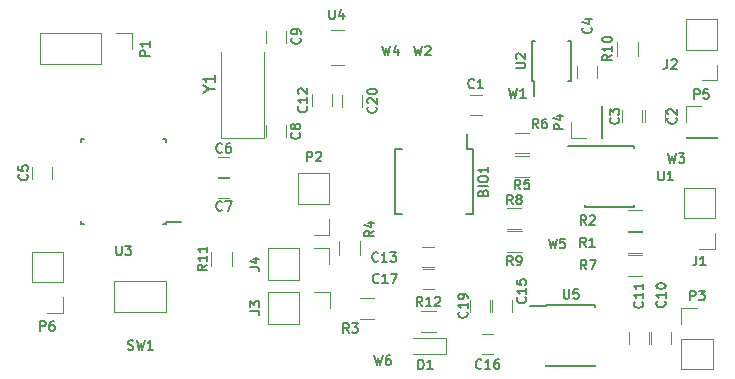
<source format=gbr>
G04 #@! TF.FileFunction,Legend,Top*
%FSLAX46Y46*%
G04 Gerber Fmt 4.6, Leading zero omitted, Abs format (unit mm)*
G04 Created by KiCad (PCBNEW 4.0.2-stable) date 15/05/2017 19:39:16*
%MOMM*%
G01*
G04 APERTURE LIST*
%ADD10C,0.100000*%
%ADD11C,0.150000*%
%ADD12C,0.120000*%
G04 APERTURE END LIST*
D10*
D11*
X215669800Y-65500200D02*
X215194800Y-65500200D01*
X215669800Y-71050200D02*
X215094800Y-71050200D01*
X209119800Y-71050200D02*
X209694800Y-71050200D01*
X209119800Y-65500200D02*
X209694800Y-65500200D01*
X215669800Y-65500200D02*
X215669800Y-71050200D01*
X209119800Y-65500200D02*
X209119800Y-71050200D01*
X215194800Y-65500200D02*
X215194800Y-64225200D01*
D12*
X216425400Y-60922800D02*
X215425400Y-60922800D01*
X215425400Y-62622800D02*
X216425400Y-62622800D01*
X230239200Y-62225300D02*
X230239200Y-63225300D01*
X231939200Y-63225300D02*
X231939200Y-62225300D01*
X228296100Y-62225300D02*
X228296100Y-63225300D01*
X229996100Y-63225300D02*
X229996100Y-62225300D01*
X224536900Y-58516900D02*
X224536900Y-59516900D01*
X226236900Y-59516900D02*
X226236900Y-58516900D01*
X178347000Y-67025900D02*
X178347000Y-68025900D01*
X180047000Y-68025900D02*
X180047000Y-67025900D01*
X195076700Y-66155200D02*
X194076700Y-66155200D01*
X194076700Y-67855200D02*
X195076700Y-67855200D01*
X195076700Y-67933200D02*
X194076700Y-67933200D01*
X194076700Y-69633200D02*
X195076700Y-69633200D01*
X199852650Y-64514350D02*
X199852650Y-63514350D01*
X198152650Y-63514350D02*
X198152650Y-64514350D01*
X198203450Y-55500650D02*
X198203450Y-56500650D01*
X199903450Y-56500650D02*
X199903450Y-55500650D01*
X232485300Y-82046700D02*
X232485300Y-81046700D01*
X230785300Y-81046700D02*
X230785300Y-82046700D01*
X230593000Y-82046700D02*
X230593000Y-81046700D01*
X228893000Y-81046700D02*
X228893000Y-82046700D01*
X202083300Y-60891800D02*
X202083300Y-61891800D01*
X203783300Y-61891800D02*
X203783300Y-60891800D01*
X211412200Y-75526000D02*
X212412200Y-75526000D01*
X212412200Y-73826000D02*
X211412200Y-73826000D01*
X219023300Y-79278100D02*
X219023300Y-78278100D01*
X217323300Y-78278100D02*
X217323300Y-79278100D01*
X216428700Y-82866600D02*
X217428700Y-82866600D01*
X217428700Y-81166600D02*
X216428700Y-81166600D01*
X213445500Y-82894400D02*
X213445500Y-81494400D01*
X213445500Y-81494400D02*
X210645500Y-81494400D01*
X213445500Y-82894400D02*
X210645500Y-82894400D01*
X236191100Y-71374000D02*
X236191100Y-68774000D01*
X236191100Y-68774000D02*
X233531100Y-68774000D01*
X233531100Y-68774000D02*
X233531100Y-71374000D01*
X233531100Y-71374000D02*
X236191100Y-71374000D01*
X236191100Y-72644000D02*
X236191100Y-73974000D01*
X236191100Y-73974000D02*
X234861100Y-73974000D01*
X236394300Y-57111900D02*
X236394300Y-54511900D01*
X236394300Y-54511900D02*
X233734300Y-54511900D01*
X233734300Y-54511900D02*
X233734300Y-57111900D01*
X233734300Y-57111900D02*
X236394300Y-57111900D01*
X236394300Y-58381900D02*
X236394300Y-59711900D01*
X236394300Y-59711900D02*
X235064300Y-59711900D01*
X200952100Y-77651300D02*
X198352100Y-77651300D01*
X198352100Y-77651300D02*
X198352100Y-80311300D01*
X198352100Y-80311300D02*
X200952100Y-80311300D01*
X200952100Y-80311300D02*
X200952100Y-77651300D01*
X202222100Y-77651300D02*
X203552100Y-77651300D01*
X203552100Y-77651300D02*
X203552100Y-78981300D01*
X200926700Y-73930200D02*
X198326700Y-73930200D01*
X198326700Y-73930200D02*
X198326700Y-76590200D01*
X198326700Y-76590200D02*
X200926700Y-76590200D01*
X200926700Y-76590200D02*
X200926700Y-73930200D01*
X202196700Y-73930200D02*
X203526700Y-73930200D01*
X203526700Y-73930200D02*
X203526700Y-75260200D01*
X233340600Y-81559400D02*
X233340600Y-84159400D01*
X233340600Y-84159400D02*
X236000600Y-84159400D01*
X236000600Y-84159400D02*
X236000600Y-81559400D01*
X236000600Y-81559400D02*
X233340600Y-81559400D01*
X233340600Y-80289400D02*
X233340600Y-78959400D01*
X233340600Y-78959400D02*
X234670600Y-78959400D01*
X230025500Y-74324100D02*
X228825500Y-74324100D01*
X228825500Y-72564100D02*
X230025500Y-72564100D01*
X228787400Y-70671800D02*
X229987400Y-70671800D01*
X229987400Y-72431800D02*
X228787400Y-72431800D01*
X206130600Y-78139400D02*
X207330600Y-78139400D01*
X207330600Y-79899400D02*
X206130600Y-79899400D01*
X204352000Y-74488600D02*
X204352000Y-73288600D01*
X206112000Y-73288600D02*
X206112000Y-74488600D01*
X219249700Y-64131300D02*
X220449700Y-64131300D01*
X220449700Y-65891300D02*
X219249700Y-65891300D01*
X220449700Y-67885200D02*
X219249700Y-67885200D01*
X219249700Y-66125200D02*
X220449700Y-66125200D01*
X230012800Y-76229100D02*
X228812800Y-76229100D01*
X228812800Y-74469100D02*
X230012800Y-74469100D01*
X219814700Y-74235200D02*
X218614700Y-74235200D01*
X218614700Y-72475200D02*
X219814700Y-72475200D01*
X218602000Y-70519400D02*
X219802000Y-70519400D01*
X219802000Y-72279400D02*
X218602000Y-72279400D01*
X229645100Y-56423000D02*
X229645100Y-57623000D01*
X227885100Y-57623000D02*
X227885100Y-56423000D01*
X193506200Y-75403000D02*
X193506200Y-74203000D01*
X195266200Y-74203000D02*
X195266200Y-75403000D01*
X185328200Y-79290700D02*
X189728200Y-79290700D01*
X185328200Y-79290700D02*
X185328200Y-76690700D01*
X189728200Y-76690700D02*
X189728200Y-79290700D01*
X185328200Y-76690700D02*
X189728200Y-76690700D01*
D11*
X225153400Y-65243000D02*
X225153400Y-65293000D01*
X229303400Y-65243000D02*
X229303400Y-65388000D01*
X229303400Y-70393000D02*
X229303400Y-70248000D01*
X225153400Y-70393000D02*
X225153400Y-70248000D01*
X225153400Y-65243000D02*
X229303400Y-65243000D01*
X225153400Y-70393000D02*
X229303400Y-70393000D01*
X225153400Y-65293000D02*
X223753400Y-65293000D01*
X220682950Y-59745750D02*
X220857950Y-59745750D01*
X220682950Y-56395750D02*
X220932950Y-56395750D01*
X224032950Y-56395750D02*
X223782950Y-56395750D01*
X224032950Y-59745750D02*
X223782950Y-59745750D01*
X220682950Y-59745750D02*
X220682950Y-56395750D01*
X224032950Y-59745750D02*
X224032950Y-56395750D01*
X220857950Y-59745750D02*
X220857950Y-60995750D01*
X189718100Y-71900200D02*
X189718100Y-71675200D01*
X182468100Y-71900200D02*
X182468100Y-71600200D01*
X182468100Y-64650200D02*
X182468100Y-64950200D01*
X189718100Y-64650200D02*
X189718100Y-64950200D01*
X189718100Y-71900200D02*
X189418100Y-71900200D01*
X189718100Y-64650200D02*
X189418100Y-64650200D01*
X182468100Y-64650200D02*
X182768100Y-64650200D01*
X182468100Y-71900200D02*
X182768100Y-71900200D01*
X189718100Y-71675200D02*
X190943100Y-71675200D01*
D12*
X203640600Y-55421400D02*
X204740600Y-55421400D01*
X203640600Y-58421400D02*
X204740600Y-58421400D01*
X194370550Y-57288450D02*
X194370550Y-64613450D01*
X194370550Y-64613450D02*
X197970550Y-64613450D01*
X197970550Y-64613450D02*
X197970550Y-57288450D01*
X212424900Y-75654800D02*
X211424900Y-75654800D01*
X211424900Y-77354800D02*
X212424900Y-77354800D01*
X203539400Y-70154800D02*
X203539400Y-67554800D01*
X203539400Y-67554800D02*
X200879400Y-67554800D01*
X200879400Y-67554800D02*
X200879400Y-70154800D01*
X200879400Y-70154800D02*
X203539400Y-70154800D01*
X203539400Y-71424800D02*
X203539400Y-72754800D01*
X203539400Y-72754800D02*
X202209400Y-72754800D01*
X217156400Y-79316200D02*
X217156400Y-78316200D01*
X215456400Y-78316200D02*
X215456400Y-79316200D01*
X206272500Y-61917200D02*
X206272500Y-60917200D01*
X204572500Y-60917200D02*
X204572500Y-61917200D01*
X211324900Y-79206200D02*
X212524900Y-79206200D01*
X212524900Y-80966200D02*
X211324900Y-80966200D01*
D11*
X221914900Y-78755800D02*
X221914900Y-78805800D01*
X226064900Y-78755800D02*
X226064900Y-78900800D01*
X226064900Y-83905800D02*
X226064900Y-83760800D01*
X221914900Y-83905800D02*
X221914900Y-83760800D01*
X221914900Y-78755800D02*
X226064900Y-78755800D01*
X221914900Y-83905800D02*
X226064900Y-83905800D01*
X221914900Y-78805800D02*
X220514900Y-78805800D01*
D12*
X184188100Y-55680300D02*
X179048100Y-55680300D01*
X179048100Y-55680300D02*
X179048100Y-58340300D01*
X179048100Y-58340300D02*
X184188100Y-58340300D01*
X184188100Y-58340300D02*
X184188100Y-55680300D01*
X185458100Y-55680300D02*
X186788100Y-55680300D01*
X186788100Y-55680300D02*
X186788100Y-57010300D01*
X226568000Y-64563300D02*
X226628000Y-64563300D01*
X226628000Y-64563300D02*
X226628000Y-61903300D01*
X226628000Y-61903300D02*
X226568000Y-61903300D01*
X226568000Y-61903300D02*
X226568000Y-64563300D01*
X225298000Y-64563300D02*
X223968000Y-64563300D01*
X223968000Y-64563300D02*
X223968000Y-63233300D01*
X233696200Y-64503300D02*
X233696200Y-64563300D01*
X233696200Y-64563300D02*
X236356200Y-64563300D01*
X236356200Y-64563300D02*
X236356200Y-64503300D01*
X236356200Y-64503300D02*
X233696200Y-64503300D01*
X233696200Y-63233300D02*
X233696200Y-61903300D01*
X233696200Y-61903300D02*
X235026200Y-61903300D01*
X180984200Y-76796900D02*
X180984200Y-74196900D01*
X180984200Y-74196900D02*
X178324200Y-74196900D01*
X178324200Y-74196900D02*
X178324200Y-76796900D01*
X178324200Y-76796900D02*
X180984200Y-76796900D01*
X180984200Y-78066900D02*
X180984200Y-79396900D01*
X180984200Y-79396900D02*
X179654200Y-79396900D01*
D11*
X216537657Y-69208533D02*
X216575752Y-69094247D01*
X216613848Y-69056152D01*
X216690038Y-69018057D01*
X216804324Y-69018057D01*
X216880514Y-69056152D01*
X216918610Y-69094247D01*
X216956705Y-69170438D01*
X216956705Y-69475200D01*
X216156705Y-69475200D01*
X216156705Y-69208533D01*
X216194800Y-69132343D01*
X216232895Y-69094247D01*
X216309086Y-69056152D01*
X216385276Y-69056152D01*
X216461467Y-69094247D01*
X216499562Y-69132343D01*
X216537657Y-69208533D01*
X216537657Y-69475200D01*
X216956705Y-68675200D02*
X216156705Y-68675200D01*
X216156705Y-68141867D02*
X216156705Y-67989486D01*
X216194800Y-67913295D01*
X216270990Y-67837105D01*
X216423371Y-67799010D01*
X216690038Y-67799010D01*
X216842419Y-67837105D01*
X216918610Y-67913295D01*
X216956705Y-67989486D01*
X216956705Y-68141867D01*
X216918610Y-68218057D01*
X216842419Y-68294248D01*
X216690038Y-68332343D01*
X216423371Y-68332343D01*
X216270990Y-68294248D01*
X216194800Y-68218057D01*
X216156705Y-68141867D01*
X216956705Y-67037105D02*
X216956705Y-67494248D01*
X216956705Y-67265677D02*
X216156705Y-67265677D01*
X216270990Y-67341867D01*
X216347181Y-67418058D01*
X216385276Y-67494248D01*
X215792067Y-60308514D02*
X215753972Y-60346610D01*
X215639686Y-60384705D01*
X215563496Y-60384705D01*
X215449210Y-60346610D01*
X215373019Y-60270419D01*
X215334924Y-60194229D01*
X215296829Y-60041848D01*
X215296829Y-59927562D01*
X215334924Y-59775181D01*
X215373019Y-59698990D01*
X215449210Y-59622800D01*
X215563496Y-59584705D01*
X215639686Y-59584705D01*
X215753972Y-59622800D01*
X215792067Y-59660895D01*
X216553972Y-60384705D02*
X216096829Y-60384705D01*
X216325400Y-60384705D02*
X216325400Y-59584705D01*
X216249210Y-59698990D01*
X216173019Y-59775181D01*
X216096829Y-59813276D01*
X232873514Y-62858633D02*
X232911610Y-62896728D01*
X232949705Y-63011014D01*
X232949705Y-63087204D01*
X232911610Y-63201490D01*
X232835419Y-63277681D01*
X232759229Y-63315776D01*
X232606848Y-63353871D01*
X232492562Y-63353871D01*
X232340181Y-63315776D01*
X232263990Y-63277681D01*
X232187800Y-63201490D01*
X232149705Y-63087204D01*
X232149705Y-63011014D01*
X232187800Y-62896728D01*
X232225895Y-62858633D01*
X232225895Y-62553871D02*
X232187800Y-62515776D01*
X232149705Y-62439585D01*
X232149705Y-62249109D01*
X232187800Y-62172919D01*
X232225895Y-62134823D01*
X232302086Y-62096728D01*
X232378276Y-62096728D01*
X232492562Y-62134823D01*
X232949705Y-62591966D01*
X232949705Y-62096728D01*
X228009414Y-62858633D02*
X228047510Y-62896728D01*
X228085605Y-63011014D01*
X228085605Y-63087204D01*
X228047510Y-63201490D01*
X227971319Y-63277681D01*
X227895129Y-63315776D01*
X227742748Y-63353871D01*
X227628462Y-63353871D01*
X227476081Y-63315776D01*
X227399890Y-63277681D01*
X227323700Y-63201490D01*
X227285605Y-63087204D01*
X227285605Y-63011014D01*
X227323700Y-62896728D01*
X227361795Y-62858633D01*
X227285605Y-62591966D02*
X227285605Y-62096728D01*
X227590367Y-62363395D01*
X227590367Y-62249109D01*
X227628462Y-62172919D01*
X227666557Y-62134823D01*
X227742748Y-62096728D01*
X227933224Y-62096728D01*
X228009414Y-62134823D01*
X228047510Y-62172919D01*
X228085605Y-62249109D01*
X228085605Y-62477681D01*
X228047510Y-62553871D01*
X228009414Y-62591966D01*
X225672614Y-55225933D02*
X225710710Y-55264028D01*
X225748805Y-55378314D01*
X225748805Y-55454504D01*
X225710710Y-55568790D01*
X225634519Y-55644981D01*
X225558329Y-55683076D01*
X225405948Y-55721171D01*
X225291662Y-55721171D01*
X225139281Y-55683076D01*
X225063090Y-55644981D01*
X224986900Y-55568790D01*
X224948805Y-55454504D01*
X224948805Y-55378314D01*
X224986900Y-55264028D01*
X225024995Y-55225933D01*
X225215471Y-54540219D02*
X225748805Y-54540219D01*
X224910710Y-54730695D02*
X225482138Y-54921171D01*
X225482138Y-54425933D01*
X177933314Y-67659233D02*
X177971410Y-67697328D01*
X178009505Y-67811614D01*
X178009505Y-67887804D01*
X177971410Y-68002090D01*
X177895219Y-68078281D01*
X177819029Y-68116376D01*
X177666648Y-68154471D01*
X177552362Y-68154471D01*
X177399981Y-68116376D01*
X177323790Y-68078281D01*
X177247600Y-68002090D01*
X177209505Y-67887804D01*
X177209505Y-67811614D01*
X177247600Y-67697328D01*
X177285695Y-67659233D01*
X177209505Y-66935423D02*
X177209505Y-67316376D01*
X177590457Y-67354471D01*
X177552362Y-67316376D01*
X177514267Y-67240185D01*
X177514267Y-67049709D01*
X177552362Y-66973519D01*
X177590457Y-66935423D01*
X177666648Y-66897328D01*
X177857124Y-66897328D01*
X177933314Y-66935423D01*
X177971410Y-66973519D01*
X178009505Y-67049709D01*
X178009505Y-67240185D01*
X177971410Y-67316376D01*
X177933314Y-67354471D01*
X194443367Y-65754214D02*
X194405272Y-65792310D01*
X194290986Y-65830405D01*
X194214796Y-65830405D01*
X194100510Y-65792310D01*
X194024319Y-65716119D01*
X193986224Y-65639929D01*
X193948129Y-65487548D01*
X193948129Y-65373262D01*
X193986224Y-65220881D01*
X194024319Y-65144690D01*
X194100510Y-65068500D01*
X194214796Y-65030405D01*
X194290986Y-65030405D01*
X194405272Y-65068500D01*
X194443367Y-65106595D01*
X195129081Y-65030405D02*
X194976700Y-65030405D01*
X194900510Y-65068500D01*
X194862415Y-65106595D01*
X194786224Y-65220881D01*
X194748129Y-65373262D01*
X194748129Y-65678024D01*
X194786224Y-65754214D01*
X194824319Y-65792310D01*
X194900510Y-65830405D01*
X195052891Y-65830405D01*
X195129081Y-65792310D01*
X195167177Y-65754214D01*
X195205272Y-65678024D01*
X195205272Y-65487548D01*
X195167177Y-65411357D01*
X195129081Y-65373262D01*
X195052891Y-65335167D01*
X194900510Y-65335167D01*
X194824319Y-65373262D01*
X194786224Y-65411357D01*
X194748129Y-65487548D01*
X194456067Y-70669114D02*
X194417972Y-70707210D01*
X194303686Y-70745305D01*
X194227496Y-70745305D01*
X194113210Y-70707210D01*
X194037019Y-70631019D01*
X193998924Y-70554829D01*
X193960829Y-70402448D01*
X193960829Y-70288162D01*
X193998924Y-70135781D01*
X194037019Y-70059590D01*
X194113210Y-69983400D01*
X194227496Y-69945305D01*
X194303686Y-69945305D01*
X194417972Y-69983400D01*
X194456067Y-70021495D01*
X194722734Y-69945305D02*
X195256067Y-69945305D01*
X194913210Y-70745305D01*
X200996514Y-64128633D02*
X201034610Y-64166728D01*
X201072705Y-64281014D01*
X201072705Y-64357204D01*
X201034610Y-64471490D01*
X200958419Y-64547681D01*
X200882229Y-64585776D01*
X200729848Y-64623871D01*
X200615562Y-64623871D01*
X200463181Y-64585776D01*
X200386990Y-64547681D01*
X200310800Y-64471490D01*
X200272705Y-64357204D01*
X200272705Y-64281014D01*
X200310800Y-64166728D01*
X200348895Y-64128633D01*
X200615562Y-63671490D02*
X200577467Y-63747681D01*
X200539371Y-63785776D01*
X200463181Y-63823871D01*
X200425086Y-63823871D01*
X200348895Y-63785776D01*
X200310800Y-63747681D01*
X200272705Y-63671490D01*
X200272705Y-63519109D01*
X200310800Y-63442919D01*
X200348895Y-63404823D01*
X200425086Y-63366728D01*
X200463181Y-63366728D01*
X200539371Y-63404823D01*
X200577467Y-63442919D01*
X200615562Y-63519109D01*
X200615562Y-63671490D01*
X200653657Y-63747681D01*
X200691752Y-63785776D01*
X200767943Y-63823871D01*
X200920324Y-63823871D01*
X200996514Y-63785776D01*
X201034610Y-63747681D01*
X201072705Y-63671490D01*
X201072705Y-63519109D01*
X201034610Y-63442919D01*
X200996514Y-63404823D01*
X200920324Y-63366728D01*
X200767943Y-63366728D01*
X200691752Y-63404823D01*
X200653657Y-63442919D01*
X200615562Y-63519109D01*
X201034614Y-56114933D02*
X201072710Y-56153028D01*
X201110805Y-56267314D01*
X201110805Y-56343504D01*
X201072710Y-56457790D01*
X200996519Y-56533981D01*
X200920329Y-56572076D01*
X200767948Y-56610171D01*
X200653662Y-56610171D01*
X200501281Y-56572076D01*
X200425090Y-56533981D01*
X200348900Y-56457790D01*
X200310805Y-56343504D01*
X200310805Y-56267314D01*
X200348900Y-56153028D01*
X200386995Y-56114933D01*
X201110805Y-55733981D02*
X201110805Y-55581600D01*
X201072710Y-55505409D01*
X201034614Y-55467314D01*
X200920329Y-55391123D01*
X200767948Y-55353028D01*
X200463186Y-55353028D01*
X200386995Y-55391123D01*
X200348900Y-55429219D01*
X200310805Y-55505409D01*
X200310805Y-55657790D01*
X200348900Y-55733981D01*
X200386995Y-55772076D01*
X200463186Y-55810171D01*
X200653662Y-55810171D01*
X200729852Y-55772076D01*
X200767948Y-55733981D01*
X200806043Y-55657790D01*
X200806043Y-55505409D01*
X200767948Y-55429219D01*
X200729852Y-55391123D01*
X200653662Y-55353028D01*
X231921014Y-78403386D02*
X231959110Y-78441481D01*
X231997205Y-78555767D01*
X231997205Y-78631957D01*
X231959110Y-78746243D01*
X231882919Y-78822434D01*
X231806729Y-78860529D01*
X231654348Y-78898624D01*
X231540062Y-78898624D01*
X231387681Y-78860529D01*
X231311490Y-78822434D01*
X231235300Y-78746243D01*
X231197205Y-78631957D01*
X231197205Y-78555767D01*
X231235300Y-78441481D01*
X231273395Y-78403386D01*
X231997205Y-77641481D02*
X231997205Y-78098624D01*
X231997205Y-77870053D02*
X231197205Y-77870053D01*
X231311490Y-77946243D01*
X231387681Y-78022434D01*
X231425776Y-78098624D01*
X231197205Y-77146243D02*
X231197205Y-77070052D01*
X231235300Y-76993862D01*
X231273395Y-76955767D01*
X231349586Y-76917671D01*
X231501967Y-76879576D01*
X231692443Y-76879576D01*
X231844824Y-76917671D01*
X231921014Y-76955767D01*
X231959110Y-76993862D01*
X231997205Y-77070052D01*
X231997205Y-77146243D01*
X231959110Y-77222433D01*
X231921014Y-77260529D01*
X231844824Y-77298624D01*
X231692443Y-77336719D01*
X231501967Y-77336719D01*
X231349586Y-77298624D01*
X231273395Y-77260529D01*
X231235300Y-77222433D01*
X231197205Y-77146243D01*
X230028714Y-78441486D02*
X230066810Y-78479581D01*
X230104905Y-78593867D01*
X230104905Y-78670057D01*
X230066810Y-78784343D01*
X229990619Y-78860534D01*
X229914429Y-78898629D01*
X229762048Y-78936724D01*
X229647762Y-78936724D01*
X229495381Y-78898629D01*
X229419190Y-78860534D01*
X229343000Y-78784343D01*
X229304905Y-78670057D01*
X229304905Y-78593867D01*
X229343000Y-78479581D01*
X229381095Y-78441486D01*
X230104905Y-77679581D02*
X230104905Y-78136724D01*
X230104905Y-77908153D02*
X229304905Y-77908153D01*
X229419190Y-77984343D01*
X229495381Y-78060534D01*
X229533476Y-78136724D01*
X230104905Y-76917676D02*
X230104905Y-77374819D01*
X230104905Y-77146248D02*
X229304905Y-77146248D01*
X229419190Y-77222438D01*
X229495381Y-77298629D01*
X229533476Y-77374819D01*
X201606114Y-61906086D02*
X201644210Y-61944181D01*
X201682305Y-62058467D01*
X201682305Y-62134657D01*
X201644210Y-62248943D01*
X201568019Y-62325134D01*
X201491829Y-62363229D01*
X201339448Y-62401324D01*
X201225162Y-62401324D01*
X201072781Y-62363229D01*
X200996590Y-62325134D01*
X200920400Y-62248943D01*
X200882305Y-62134657D01*
X200882305Y-62058467D01*
X200920400Y-61944181D01*
X200958495Y-61906086D01*
X201682305Y-61144181D02*
X201682305Y-61601324D01*
X201682305Y-61372753D02*
X200882305Y-61372753D01*
X200996590Y-61448943D01*
X201072781Y-61525134D01*
X201110876Y-61601324D01*
X200958495Y-60839419D02*
X200920400Y-60801324D01*
X200882305Y-60725133D01*
X200882305Y-60534657D01*
X200920400Y-60458467D01*
X200958495Y-60420371D01*
X201034686Y-60382276D01*
X201110876Y-60382276D01*
X201225162Y-60420371D01*
X201682305Y-60877514D01*
X201682305Y-60382276D01*
X207664114Y-74974414D02*
X207626019Y-75012510D01*
X207511733Y-75050605D01*
X207435543Y-75050605D01*
X207321257Y-75012510D01*
X207245066Y-74936319D01*
X207206971Y-74860129D01*
X207168876Y-74707748D01*
X207168876Y-74593462D01*
X207206971Y-74441081D01*
X207245066Y-74364890D01*
X207321257Y-74288700D01*
X207435543Y-74250605D01*
X207511733Y-74250605D01*
X207626019Y-74288700D01*
X207664114Y-74326795D01*
X208426019Y-75050605D02*
X207968876Y-75050605D01*
X208197447Y-75050605D02*
X208197447Y-74250605D01*
X208121257Y-74364890D01*
X208045066Y-74441081D01*
X207968876Y-74479176D01*
X208692686Y-74250605D02*
X209187924Y-74250605D01*
X208921257Y-74555367D01*
X209035543Y-74555367D01*
X209111733Y-74593462D01*
X209149829Y-74631557D01*
X209187924Y-74707748D01*
X209187924Y-74898224D01*
X209149829Y-74974414D01*
X209111733Y-75012510D01*
X209035543Y-75050605D01*
X208806971Y-75050605D01*
X208730781Y-75012510D01*
X208692686Y-74974414D01*
X220135414Y-78073186D02*
X220173510Y-78111281D01*
X220211605Y-78225567D01*
X220211605Y-78301757D01*
X220173510Y-78416043D01*
X220097319Y-78492234D01*
X220021129Y-78530329D01*
X219868748Y-78568424D01*
X219754462Y-78568424D01*
X219602081Y-78530329D01*
X219525890Y-78492234D01*
X219449700Y-78416043D01*
X219411605Y-78301757D01*
X219411605Y-78225567D01*
X219449700Y-78111281D01*
X219487795Y-78073186D01*
X220211605Y-77311281D02*
X220211605Y-77768424D01*
X220211605Y-77539853D02*
X219411605Y-77539853D01*
X219525890Y-77616043D01*
X219602081Y-77692234D01*
X219640176Y-77768424D01*
X219411605Y-76587471D02*
X219411605Y-76968424D01*
X219792557Y-77006519D01*
X219754462Y-76968424D01*
X219716367Y-76892233D01*
X219716367Y-76701757D01*
X219754462Y-76625567D01*
X219792557Y-76587471D01*
X219868748Y-76549376D01*
X220059224Y-76549376D01*
X220135414Y-76587471D01*
X220173510Y-76625567D01*
X220211605Y-76701757D01*
X220211605Y-76892233D01*
X220173510Y-76968424D01*
X220135414Y-77006519D01*
X216414414Y-84052314D02*
X216376319Y-84090410D01*
X216262033Y-84128505D01*
X216185843Y-84128505D01*
X216071557Y-84090410D01*
X215995366Y-84014219D01*
X215957271Y-83938029D01*
X215919176Y-83785648D01*
X215919176Y-83671362D01*
X215957271Y-83518981D01*
X215995366Y-83442790D01*
X216071557Y-83366600D01*
X216185843Y-83328505D01*
X216262033Y-83328505D01*
X216376319Y-83366600D01*
X216414414Y-83404695D01*
X217176319Y-84128505D02*
X216719176Y-84128505D01*
X216947747Y-84128505D02*
X216947747Y-83328505D01*
X216871557Y-83442790D01*
X216795366Y-83518981D01*
X216719176Y-83557076D01*
X217862033Y-83328505D02*
X217709652Y-83328505D01*
X217633462Y-83366600D01*
X217595367Y-83404695D01*
X217519176Y-83518981D01*
X217481081Y-83671362D01*
X217481081Y-83976124D01*
X217519176Y-84052314D01*
X217557271Y-84090410D01*
X217633462Y-84128505D01*
X217785843Y-84128505D01*
X217862033Y-84090410D01*
X217900129Y-84052314D01*
X217938224Y-83976124D01*
X217938224Y-83785648D01*
X217900129Y-83709457D01*
X217862033Y-83671362D01*
X217785843Y-83633267D01*
X217633462Y-83633267D01*
X217557271Y-83671362D01*
X217519176Y-83709457D01*
X217481081Y-83785648D01*
X211055024Y-84143805D02*
X211055024Y-83343805D01*
X211245500Y-83343805D01*
X211359786Y-83381900D01*
X211435977Y-83458090D01*
X211474072Y-83534281D01*
X211512167Y-83686662D01*
X211512167Y-83800948D01*
X211474072Y-83953329D01*
X211435977Y-84029519D01*
X211359786Y-84105710D01*
X211245500Y-84143805D01*
X211055024Y-84143805D01*
X212274072Y-84143805D02*
X211816929Y-84143805D01*
X212045500Y-84143805D02*
X212045500Y-83343805D01*
X211969310Y-83458090D01*
X211893119Y-83534281D01*
X211816929Y-83572376D01*
X234594434Y-74568105D02*
X234594434Y-75139533D01*
X234556338Y-75253819D01*
X234480148Y-75330010D01*
X234365862Y-75368105D01*
X234289672Y-75368105D01*
X235394434Y-75368105D02*
X234937291Y-75368105D01*
X235165862Y-75368105D02*
X235165862Y-74568105D01*
X235089672Y-74682390D01*
X235013481Y-74758581D01*
X234937291Y-74796676D01*
X232130634Y-57931105D02*
X232130634Y-58502533D01*
X232092538Y-58616819D01*
X232016348Y-58693010D01*
X231902062Y-58731105D01*
X231825872Y-58731105D01*
X232473491Y-58007295D02*
X232511586Y-57969200D01*
X232587777Y-57931105D01*
X232778253Y-57931105D01*
X232854443Y-57969200D01*
X232892539Y-58007295D01*
X232930634Y-58083486D01*
X232930634Y-58159676D01*
X232892539Y-58273962D01*
X232435396Y-58731105D01*
X232930634Y-58731105D01*
X196818305Y-79222566D02*
X197389733Y-79222566D01*
X197504019Y-79260662D01*
X197580210Y-79336852D01*
X197618305Y-79451138D01*
X197618305Y-79527328D01*
X196818305Y-78917804D02*
X196818305Y-78422566D01*
X197123067Y-78689233D01*
X197123067Y-78574947D01*
X197161162Y-78498757D01*
X197199257Y-78460661D01*
X197275448Y-78422566D01*
X197465924Y-78422566D01*
X197542114Y-78460661D01*
X197580210Y-78498757D01*
X197618305Y-78574947D01*
X197618305Y-78803519D01*
X197580210Y-78879709D01*
X197542114Y-78917804D01*
X196818305Y-75526866D02*
X197389733Y-75526866D01*
X197504019Y-75564962D01*
X197580210Y-75641152D01*
X197618305Y-75755438D01*
X197618305Y-75831628D01*
X197084971Y-74803057D02*
X197618305Y-74803057D01*
X196780210Y-74993533D02*
X197351638Y-75184009D01*
X197351638Y-74688771D01*
X234080124Y-78321305D02*
X234080124Y-77521305D01*
X234384886Y-77521305D01*
X234461077Y-77559400D01*
X234499172Y-77597495D01*
X234537267Y-77673686D01*
X234537267Y-77787971D01*
X234499172Y-77864162D01*
X234461077Y-77902257D01*
X234384886Y-77940352D01*
X234080124Y-77940352D01*
X234803934Y-77521305D02*
X235299172Y-77521305D01*
X235032505Y-77826067D01*
X235146791Y-77826067D01*
X235222981Y-77864162D01*
X235261077Y-77902257D01*
X235299172Y-77978448D01*
X235299172Y-78168924D01*
X235261077Y-78245114D01*
X235222981Y-78283210D01*
X235146791Y-78321305D01*
X234918219Y-78321305D01*
X234842029Y-78283210D01*
X234803934Y-78245114D01*
X225253567Y-73806005D02*
X224986900Y-73425052D01*
X224796424Y-73806005D02*
X224796424Y-73006005D01*
X225101186Y-73006005D01*
X225177377Y-73044100D01*
X225215472Y-73082195D01*
X225253567Y-73158386D01*
X225253567Y-73272671D01*
X225215472Y-73348862D01*
X225177377Y-73386957D01*
X225101186Y-73425052D01*
X224796424Y-73425052D01*
X226015472Y-73806005D02*
X225558329Y-73806005D01*
X225786900Y-73806005D02*
X225786900Y-73006005D01*
X225710710Y-73120290D01*
X225634519Y-73196481D01*
X225558329Y-73234576D01*
X225266267Y-71913705D02*
X224999600Y-71532752D01*
X224809124Y-71913705D02*
X224809124Y-71113705D01*
X225113886Y-71113705D01*
X225190077Y-71151800D01*
X225228172Y-71189895D01*
X225266267Y-71266086D01*
X225266267Y-71380371D01*
X225228172Y-71456562D01*
X225190077Y-71494657D01*
X225113886Y-71532752D01*
X224809124Y-71532752D01*
X225571029Y-71189895D02*
X225609124Y-71151800D01*
X225685315Y-71113705D01*
X225875791Y-71113705D01*
X225951981Y-71151800D01*
X225990077Y-71189895D01*
X226028172Y-71266086D01*
X226028172Y-71342276D01*
X225990077Y-71456562D01*
X225532934Y-71913705D01*
X226028172Y-71913705D01*
X205174867Y-81083105D02*
X204908200Y-80702152D01*
X204717724Y-81083105D02*
X204717724Y-80283105D01*
X205022486Y-80283105D01*
X205098677Y-80321200D01*
X205136772Y-80359295D01*
X205174867Y-80435486D01*
X205174867Y-80549771D01*
X205136772Y-80625962D01*
X205098677Y-80664057D01*
X205022486Y-80702152D01*
X204717724Y-80702152D01*
X205441534Y-80283105D02*
X205936772Y-80283105D01*
X205670105Y-80587867D01*
X205784391Y-80587867D01*
X205860581Y-80625962D01*
X205898677Y-80664057D01*
X205936772Y-80740248D01*
X205936772Y-80930724D01*
X205898677Y-81006914D01*
X205860581Y-81045010D01*
X205784391Y-81083105D01*
X205555819Y-81083105D01*
X205479629Y-81045010D01*
X205441534Y-81006914D01*
X207308405Y-72434433D02*
X206927452Y-72701100D01*
X207308405Y-72891576D02*
X206508405Y-72891576D01*
X206508405Y-72586814D01*
X206546500Y-72510623D01*
X206584595Y-72472528D01*
X206660786Y-72434433D01*
X206775071Y-72434433D01*
X206851262Y-72472528D01*
X206889357Y-72510623D01*
X206927452Y-72586814D01*
X206927452Y-72891576D01*
X206775071Y-71748719D02*
X207308405Y-71748719D01*
X206470310Y-71939195D02*
X207041738Y-72129671D01*
X207041738Y-71634433D01*
X219716367Y-68903805D02*
X219449700Y-68522852D01*
X219259224Y-68903805D02*
X219259224Y-68103805D01*
X219563986Y-68103805D01*
X219640177Y-68141900D01*
X219678272Y-68179995D01*
X219716367Y-68256186D01*
X219716367Y-68370471D01*
X219678272Y-68446662D01*
X219640177Y-68484757D01*
X219563986Y-68522852D01*
X219259224Y-68522852D01*
X220440177Y-68103805D02*
X220059224Y-68103805D01*
X220021129Y-68484757D01*
X220059224Y-68446662D01*
X220135415Y-68408567D01*
X220325891Y-68408567D01*
X220402081Y-68446662D01*
X220440177Y-68484757D01*
X220478272Y-68560948D01*
X220478272Y-68751424D01*
X220440177Y-68827614D01*
X220402081Y-68865710D01*
X220325891Y-68903805D01*
X220135415Y-68903805D01*
X220059224Y-68865710D01*
X220021129Y-68827614D01*
X221214967Y-63747605D02*
X220948300Y-63366652D01*
X220757824Y-63747605D02*
X220757824Y-62947605D01*
X221062586Y-62947605D01*
X221138777Y-62985700D01*
X221176872Y-63023795D01*
X221214967Y-63099986D01*
X221214967Y-63214271D01*
X221176872Y-63290462D01*
X221138777Y-63328557D01*
X221062586Y-63366652D01*
X220757824Y-63366652D01*
X221900681Y-62947605D02*
X221748300Y-62947605D01*
X221672110Y-62985700D01*
X221634015Y-63023795D01*
X221557824Y-63138081D01*
X221519729Y-63290462D01*
X221519729Y-63595224D01*
X221557824Y-63671414D01*
X221595919Y-63709510D01*
X221672110Y-63747605D01*
X221824491Y-63747605D01*
X221900681Y-63709510D01*
X221938777Y-63671414D01*
X221976872Y-63595224D01*
X221976872Y-63404748D01*
X221938777Y-63328557D01*
X221900681Y-63290462D01*
X221824491Y-63252367D01*
X221672110Y-63252367D01*
X221595919Y-63290462D01*
X221557824Y-63328557D01*
X221519729Y-63404748D01*
X225304367Y-75711005D02*
X225037700Y-75330052D01*
X224847224Y-75711005D02*
X224847224Y-74911005D01*
X225151986Y-74911005D01*
X225228177Y-74949100D01*
X225266272Y-74987195D01*
X225304367Y-75063386D01*
X225304367Y-75177671D01*
X225266272Y-75253862D01*
X225228177Y-75291957D01*
X225151986Y-75330052D01*
X224847224Y-75330052D01*
X225571034Y-74911005D02*
X226104367Y-74911005D01*
X225761510Y-75711005D01*
X219068667Y-70173805D02*
X218802000Y-69792852D01*
X218611524Y-70173805D02*
X218611524Y-69373805D01*
X218916286Y-69373805D01*
X218992477Y-69411900D01*
X219030572Y-69449995D01*
X219068667Y-69526186D01*
X219068667Y-69640471D01*
X219030572Y-69716662D01*
X218992477Y-69754757D01*
X218916286Y-69792852D01*
X218611524Y-69792852D01*
X219525810Y-69716662D02*
X219449619Y-69678567D01*
X219411524Y-69640471D01*
X219373429Y-69564281D01*
X219373429Y-69526186D01*
X219411524Y-69449995D01*
X219449619Y-69411900D01*
X219525810Y-69373805D01*
X219678191Y-69373805D01*
X219754381Y-69411900D01*
X219792477Y-69449995D01*
X219830572Y-69526186D01*
X219830572Y-69564281D01*
X219792477Y-69640471D01*
X219754381Y-69678567D01*
X219678191Y-69716662D01*
X219525810Y-69716662D01*
X219449619Y-69754757D01*
X219411524Y-69792852D01*
X219373429Y-69869043D01*
X219373429Y-70021424D01*
X219411524Y-70097614D01*
X219449619Y-70135710D01*
X219525810Y-70173805D01*
X219678191Y-70173805D01*
X219754381Y-70135710D01*
X219792477Y-70097614D01*
X219830572Y-70021424D01*
X219830572Y-69869043D01*
X219792477Y-69792852D01*
X219754381Y-69754757D01*
X219678191Y-69716662D01*
X219068667Y-75368105D02*
X218802000Y-74987152D01*
X218611524Y-75368105D02*
X218611524Y-74568105D01*
X218916286Y-74568105D01*
X218992477Y-74606200D01*
X219030572Y-74644295D01*
X219068667Y-74720486D01*
X219068667Y-74834771D01*
X219030572Y-74910962D01*
X218992477Y-74949057D01*
X218916286Y-74987152D01*
X218611524Y-74987152D01*
X219449619Y-75368105D02*
X219602000Y-75368105D01*
X219678191Y-75330010D01*
X219716286Y-75291914D01*
X219792477Y-75177629D01*
X219830572Y-75025248D01*
X219830572Y-74720486D01*
X219792477Y-74644295D01*
X219754381Y-74606200D01*
X219678191Y-74568105D01*
X219525810Y-74568105D01*
X219449619Y-74606200D01*
X219411524Y-74644295D01*
X219373429Y-74720486D01*
X219373429Y-74910962D01*
X219411524Y-74987152D01*
X219449619Y-75025248D01*
X219525810Y-75063343D01*
X219678191Y-75063343D01*
X219754381Y-75025248D01*
X219792477Y-74987152D01*
X219830572Y-74910962D01*
X227427005Y-57537286D02*
X227046052Y-57803953D01*
X227427005Y-57994429D02*
X226627005Y-57994429D01*
X226627005Y-57689667D01*
X226665100Y-57613476D01*
X226703195Y-57575381D01*
X226779386Y-57537286D01*
X226893671Y-57537286D01*
X226969862Y-57575381D01*
X227007957Y-57613476D01*
X227046052Y-57689667D01*
X227046052Y-57994429D01*
X227427005Y-56775381D02*
X227427005Y-57232524D01*
X227427005Y-57003953D02*
X226627005Y-57003953D01*
X226741290Y-57080143D01*
X226817481Y-57156334D01*
X226855576Y-57232524D01*
X226627005Y-56280143D02*
X226627005Y-56203952D01*
X226665100Y-56127762D01*
X226703195Y-56089667D01*
X226779386Y-56051571D01*
X226931767Y-56013476D01*
X227122243Y-56013476D01*
X227274624Y-56051571D01*
X227350814Y-56089667D01*
X227388910Y-56127762D01*
X227427005Y-56203952D01*
X227427005Y-56280143D01*
X227388910Y-56356333D01*
X227350814Y-56394429D01*
X227274624Y-56432524D01*
X227122243Y-56470619D01*
X226931767Y-56470619D01*
X226779386Y-56432524D01*
X226703195Y-56394429D01*
X226665100Y-56356333D01*
X226627005Y-56280143D01*
X193173305Y-75304586D02*
X192792352Y-75571253D01*
X193173305Y-75761729D02*
X192373305Y-75761729D01*
X192373305Y-75456967D01*
X192411400Y-75380776D01*
X192449495Y-75342681D01*
X192525686Y-75304586D01*
X192639971Y-75304586D01*
X192716162Y-75342681D01*
X192754257Y-75380776D01*
X192792352Y-75456967D01*
X192792352Y-75761729D01*
X193173305Y-74542681D02*
X193173305Y-74999824D01*
X193173305Y-74771253D02*
X192373305Y-74771253D01*
X192487590Y-74847443D01*
X192563781Y-74923634D01*
X192601876Y-74999824D01*
X193173305Y-73780776D02*
X193173305Y-74237919D01*
X193173305Y-74009348D02*
X192373305Y-74009348D01*
X192487590Y-74085538D01*
X192563781Y-74161729D01*
X192601876Y-74237919D01*
X186486933Y-82454710D02*
X186601219Y-82492805D01*
X186791695Y-82492805D01*
X186867885Y-82454710D01*
X186905981Y-82416614D01*
X186944076Y-82340424D01*
X186944076Y-82264233D01*
X186905981Y-82188043D01*
X186867885Y-82149948D01*
X186791695Y-82111852D01*
X186639314Y-82073757D01*
X186563123Y-82035662D01*
X186525028Y-81997567D01*
X186486933Y-81921376D01*
X186486933Y-81845186D01*
X186525028Y-81768995D01*
X186563123Y-81730900D01*
X186639314Y-81692805D01*
X186829790Y-81692805D01*
X186944076Y-81730900D01*
X187210743Y-81692805D02*
X187401219Y-82492805D01*
X187553600Y-81921376D01*
X187705981Y-82492805D01*
X187896457Y-81692805D01*
X188620267Y-82492805D02*
X188163124Y-82492805D01*
X188391695Y-82492805D02*
X188391695Y-81692805D01*
X188315505Y-81807090D01*
X188239314Y-81883281D01*
X188163124Y-81921376D01*
X231381376Y-67367205D02*
X231381376Y-68014824D01*
X231419471Y-68091014D01*
X231457567Y-68129110D01*
X231533757Y-68167205D01*
X231686138Y-68167205D01*
X231762329Y-68129110D01*
X231800424Y-68091014D01*
X231838519Y-68014824D01*
X231838519Y-67367205D01*
X232638519Y-68167205D02*
X232181376Y-68167205D01*
X232409947Y-68167205D02*
X232409947Y-67367205D01*
X232333757Y-67481490D01*
X232257566Y-67557681D01*
X232181376Y-67595776D01*
X219319855Y-58680274D02*
X219967474Y-58680274D01*
X220043664Y-58642179D01*
X220081760Y-58604083D01*
X220119855Y-58527893D01*
X220119855Y-58375512D01*
X220081760Y-58299321D01*
X220043664Y-58261226D01*
X219967474Y-58223131D01*
X219319855Y-58223131D01*
X219396045Y-57880274D02*
X219357950Y-57842179D01*
X219319855Y-57765988D01*
X219319855Y-57575512D01*
X219357950Y-57499322D01*
X219396045Y-57461226D01*
X219472236Y-57423131D01*
X219548426Y-57423131D01*
X219662712Y-57461226D01*
X220119855Y-57918369D01*
X220119855Y-57423131D01*
X185483576Y-73687105D02*
X185483576Y-74334724D01*
X185521671Y-74410914D01*
X185559767Y-74449010D01*
X185635957Y-74487105D01*
X185788338Y-74487105D01*
X185864529Y-74449010D01*
X185902624Y-74410914D01*
X185940719Y-74334724D01*
X185940719Y-73687105D01*
X186245481Y-73687105D02*
X186740719Y-73687105D01*
X186474052Y-73991867D01*
X186588338Y-73991867D01*
X186664528Y-74029962D01*
X186702624Y-74068057D01*
X186740719Y-74144248D01*
X186740719Y-74334724D01*
X186702624Y-74410914D01*
X186664528Y-74449010D01*
X186588338Y-74487105D01*
X186359766Y-74487105D01*
X186283576Y-74449010D01*
X186245481Y-74410914D01*
X203542976Y-53727405D02*
X203542976Y-54375024D01*
X203581071Y-54451214D01*
X203619167Y-54489310D01*
X203695357Y-54527405D01*
X203847738Y-54527405D01*
X203923929Y-54489310D01*
X203962024Y-54451214D01*
X204000119Y-54375024D01*
X204000119Y-53727405D01*
X204723928Y-53994071D02*
X204723928Y-54527405D01*
X204533452Y-53689310D02*
X204342976Y-54260738D01*
X204838214Y-54260738D01*
X218744891Y-60363405D02*
X218935367Y-61163405D01*
X219087748Y-60591976D01*
X219240129Y-61163405D01*
X219430605Y-60363405D01*
X220154415Y-61163405D02*
X219697272Y-61163405D01*
X219925843Y-61163405D02*
X219925843Y-60363405D01*
X219849653Y-60477690D01*
X219773462Y-60553881D01*
X219697272Y-60591976D01*
X210718491Y-56794705D02*
X210908967Y-57594705D01*
X211061348Y-57023276D01*
X211213729Y-57594705D01*
X211404205Y-56794705D01*
X211670872Y-56870895D02*
X211708967Y-56832800D01*
X211785158Y-56794705D01*
X211975634Y-56794705D01*
X212051824Y-56832800D01*
X212089920Y-56870895D01*
X212128015Y-56947086D01*
X212128015Y-57023276D01*
X212089920Y-57137562D01*
X211632777Y-57594705D01*
X212128015Y-57594705D01*
X232194191Y-65881305D02*
X232384667Y-66681305D01*
X232537048Y-66109876D01*
X232689429Y-66681305D01*
X232879905Y-65881305D01*
X233108477Y-65881305D02*
X233603715Y-65881305D01*
X233337048Y-66186067D01*
X233451334Y-66186067D01*
X233527524Y-66224162D01*
X233565620Y-66262257D01*
X233603715Y-66338448D01*
X233603715Y-66528924D01*
X233565620Y-66605114D01*
X233527524Y-66643210D01*
X233451334Y-66681305D01*
X233222762Y-66681305D01*
X233146572Y-66643210D01*
X233108477Y-66605114D01*
X208026091Y-56756605D02*
X208216567Y-57556605D01*
X208368948Y-56985176D01*
X208521329Y-57556605D01*
X208711805Y-56756605D01*
X209359424Y-57023271D02*
X209359424Y-57556605D01*
X209168948Y-56718510D02*
X208978472Y-57289938D01*
X209473710Y-57289938D01*
X222110391Y-73094905D02*
X222300867Y-73894905D01*
X222453248Y-73323476D01*
X222605629Y-73894905D01*
X222796105Y-73094905D01*
X223481820Y-73094905D02*
X223100867Y-73094905D01*
X223062772Y-73475857D01*
X223100867Y-73437762D01*
X223177058Y-73399667D01*
X223367534Y-73399667D01*
X223443724Y-73437762D01*
X223481820Y-73475857D01*
X223519915Y-73552048D01*
X223519915Y-73742524D01*
X223481820Y-73818714D01*
X223443724Y-73856810D01*
X223367534Y-73894905D01*
X223177058Y-73894905D01*
X223100867Y-73856810D01*
X223062772Y-73818714D01*
X207352991Y-82994305D02*
X207543467Y-83794305D01*
X207695848Y-83222876D01*
X207848229Y-83794305D01*
X208038705Y-82994305D01*
X208686324Y-82994305D02*
X208533943Y-82994305D01*
X208457753Y-83032400D01*
X208419658Y-83070495D01*
X208343467Y-83184781D01*
X208305372Y-83337162D01*
X208305372Y-83641924D01*
X208343467Y-83718114D01*
X208381562Y-83756210D01*
X208457753Y-83794305D01*
X208610134Y-83794305D01*
X208686324Y-83756210D01*
X208724420Y-83718114D01*
X208762515Y-83641924D01*
X208762515Y-83451448D01*
X208724420Y-83375257D01*
X208686324Y-83337162D01*
X208610134Y-83299067D01*
X208457753Y-83299067D01*
X208381562Y-83337162D01*
X208343467Y-83375257D01*
X208305372Y-83451448D01*
X193346740Y-60464641D02*
X193822931Y-60464641D01*
X192822931Y-60797974D02*
X193346740Y-60464641D01*
X192822931Y-60131307D01*
X193822931Y-59274164D02*
X193822931Y-59845593D01*
X193822931Y-59559879D02*
X192822931Y-59559879D01*
X192965788Y-59655117D01*
X193061026Y-59750355D01*
X193108645Y-59845593D01*
X207727614Y-76777814D02*
X207689519Y-76815910D01*
X207575233Y-76854005D01*
X207499043Y-76854005D01*
X207384757Y-76815910D01*
X207308566Y-76739719D01*
X207270471Y-76663529D01*
X207232376Y-76511148D01*
X207232376Y-76396862D01*
X207270471Y-76244481D01*
X207308566Y-76168290D01*
X207384757Y-76092100D01*
X207499043Y-76054005D01*
X207575233Y-76054005D01*
X207689519Y-76092100D01*
X207727614Y-76130195D01*
X208489519Y-76854005D02*
X208032376Y-76854005D01*
X208260947Y-76854005D02*
X208260947Y-76054005D01*
X208184757Y-76168290D01*
X208108566Y-76244481D01*
X208032376Y-76282576D01*
X208756186Y-76054005D02*
X209289519Y-76054005D01*
X208946662Y-76854005D01*
X201644324Y-66554305D02*
X201644324Y-65754305D01*
X201949086Y-65754305D01*
X202025277Y-65792400D01*
X202063372Y-65830495D01*
X202101467Y-65906686D01*
X202101467Y-66020971D01*
X202063372Y-66097162D01*
X202025277Y-66135257D01*
X201949086Y-66173352D01*
X201644324Y-66173352D01*
X202406229Y-65830495D02*
X202444324Y-65792400D01*
X202520515Y-65754305D01*
X202710991Y-65754305D01*
X202787181Y-65792400D01*
X202825277Y-65830495D01*
X202863372Y-65906686D01*
X202863372Y-65982876D01*
X202825277Y-66097162D01*
X202368134Y-66554305D01*
X202863372Y-66554305D01*
X215157014Y-79292386D02*
X215195110Y-79330481D01*
X215233205Y-79444767D01*
X215233205Y-79520957D01*
X215195110Y-79635243D01*
X215118919Y-79711434D01*
X215042729Y-79749529D01*
X214890348Y-79787624D01*
X214776062Y-79787624D01*
X214623681Y-79749529D01*
X214547490Y-79711434D01*
X214471300Y-79635243D01*
X214433205Y-79520957D01*
X214433205Y-79444767D01*
X214471300Y-79330481D01*
X214509395Y-79292386D01*
X215233205Y-78530481D02*
X215233205Y-78987624D01*
X215233205Y-78759053D02*
X214433205Y-78759053D01*
X214547490Y-78835243D01*
X214623681Y-78911434D01*
X214661776Y-78987624D01*
X215233205Y-78149529D02*
X215233205Y-77997148D01*
X215195110Y-77920957D01*
X215157014Y-77882862D01*
X215042729Y-77806671D01*
X214890348Y-77768576D01*
X214585586Y-77768576D01*
X214509395Y-77806671D01*
X214471300Y-77844767D01*
X214433205Y-77920957D01*
X214433205Y-78073338D01*
X214471300Y-78149529D01*
X214509395Y-78187624D01*
X214585586Y-78225719D01*
X214776062Y-78225719D01*
X214852252Y-78187624D01*
X214890348Y-78149529D01*
X214928443Y-78073338D01*
X214928443Y-77920957D01*
X214890348Y-77844767D01*
X214852252Y-77806671D01*
X214776062Y-77768576D01*
X207460814Y-61931486D02*
X207498910Y-61969581D01*
X207537005Y-62083867D01*
X207537005Y-62160057D01*
X207498910Y-62274343D01*
X207422719Y-62350534D01*
X207346529Y-62388629D01*
X207194148Y-62426724D01*
X207079862Y-62426724D01*
X206927481Y-62388629D01*
X206851290Y-62350534D01*
X206775100Y-62274343D01*
X206737005Y-62160057D01*
X206737005Y-62083867D01*
X206775100Y-61969581D01*
X206813195Y-61931486D01*
X206813195Y-61626724D02*
X206775100Y-61588629D01*
X206737005Y-61512438D01*
X206737005Y-61321962D01*
X206775100Y-61245772D01*
X206813195Y-61207676D01*
X206889386Y-61169581D01*
X206965576Y-61169581D01*
X207079862Y-61207676D01*
X207537005Y-61664819D01*
X207537005Y-61169581D01*
X206737005Y-60674343D02*
X206737005Y-60598152D01*
X206775100Y-60521962D01*
X206813195Y-60483867D01*
X206889386Y-60445771D01*
X207041767Y-60407676D01*
X207232243Y-60407676D01*
X207384624Y-60445771D01*
X207460814Y-60483867D01*
X207498910Y-60521962D01*
X207537005Y-60598152D01*
X207537005Y-60674343D01*
X207498910Y-60750533D01*
X207460814Y-60788629D01*
X207384624Y-60826724D01*
X207232243Y-60864819D01*
X207041767Y-60864819D01*
X206889386Y-60826724D01*
X206813195Y-60788629D01*
X206775100Y-60750533D01*
X206737005Y-60674343D01*
X211397914Y-78809805D02*
X211131247Y-78428852D01*
X210940771Y-78809805D02*
X210940771Y-78009805D01*
X211245533Y-78009805D01*
X211321724Y-78047900D01*
X211359819Y-78085995D01*
X211397914Y-78162186D01*
X211397914Y-78276471D01*
X211359819Y-78352662D01*
X211321724Y-78390757D01*
X211245533Y-78428852D01*
X210940771Y-78428852D01*
X212159819Y-78809805D02*
X211702676Y-78809805D01*
X211931247Y-78809805D02*
X211931247Y-78009805D01*
X211855057Y-78124090D01*
X211778866Y-78200281D01*
X211702676Y-78238376D01*
X212464581Y-78085995D02*
X212502676Y-78047900D01*
X212578867Y-78009805D01*
X212769343Y-78009805D01*
X212845533Y-78047900D01*
X212883629Y-78085995D01*
X212921724Y-78162186D01*
X212921724Y-78238376D01*
X212883629Y-78352662D01*
X212426486Y-78809805D01*
X212921724Y-78809805D01*
X223380376Y-77392705D02*
X223380376Y-78040324D01*
X223418471Y-78116514D01*
X223456567Y-78154610D01*
X223532757Y-78192705D01*
X223685138Y-78192705D01*
X223761329Y-78154610D01*
X223799424Y-78116514D01*
X223837519Y-78040324D01*
X223837519Y-77392705D01*
X224599424Y-77392705D02*
X224218471Y-77392705D01*
X224180376Y-77773657D01*
X224218471Y-77735562D01*
X224294662Y-77697467D01*
X224485138Y-77697467D01*
X224561328Y-77735562D01*
X224599424Y-77773657D01*
X224637519Y-77849848D01*
X224637519Y-78040324D01*
X224599424Y-78116514D01*
X224561328Y-78154610D01*
X224485138Y-78192705D01*
X224294662Y-78192705D01*
X224218471Y-78154610D01*
X224180376Y-78116514D01*
X188321905Y-57600776D02*
X187521905Y-57600776D01*
X187521905Y-57296014D01*
X187560000Y-57219823D01*
X187598095Y-57181728D01*
X187674286Y-57143633D01*
X187788571Y-57143633D01*
X187864762Y-57181728D01*
X187902857Y-57219823D01*
X187940952Y-57296014D01*
X187940952Y-57600776D01*
X188321905Y-56381728D02*
X188321905Y-56838871D01*
X188321905Y-56610300D02*
X187521905Y-56610300D01*
X187636190Y-56686490D01*
X187712381Y-56762681D01*
X187750476Y-56838871D01*
X223329905Y-63823776D02*
X222529905Y-63823776D01*
X222529905Y-63519014D01*
X222568000Y-63442823D01*
X222606095Y-63404728D01*
X222682286Y-63366633D01*
X222796571Y-63366633D01*
X222872762Y-63404728D01*
X222910857Y-63442823D01*
X222948952Y-63519014D01*
X222948952Y-63823776D01*
X222796571Y-62680919D02*
X223329905Y-62680919D01*
X222491810Y-62871395D02*
X223063238Y-63061871D01*
X223063238Y-62566633D01*
X234435724Y-61265205D02*
X234435724Y-60465205D01*
X234740486Y-60465205D01*
X234816677Y-60503300D01*
X234854772Y-60541395D01*
X234892867Y-60617586D01*
X234892867Y-60731871D01*
X234854772Y-60808062D01*
X234816677Y-60846157D01*
X234740486Y-60884252D01*
X234435724Y-60884252D01*
X235616677Y-60465205D02*
X235235724Y-60465205D01*
X235197629Y-60846157D01*
X235235724Y-60808062D01*
X235311915Y-60769967D01*
X235502391Y-60769967D01*
X235578581Y-60808062D01*
X235616677Y-60846157D01*
X235654772Y-60922348D01*
X235654772Y-61112824D01*
X235616677Y-61189014D01*
X235578581Y-61227110D01*
X235502391Y-61265205D01*
X235311915Y-61265205D01*
X235235724Y-61227110D01*
X235197629Y-61189014D01*
X179076424Y-80879905D02*
X179076424Y-80079905D01*
X179381186Y-80079905D01*
X179457377Y-80118000D01*
X179495472Y-80156095D01*
X179533567Y-80232286D01*
X179533567Y-80346571D01*
X179495472Y-80422762D01*
X179457377Y-80460857D01*
X179381186Y-80498952D01*
X179076424Y-80498952D01*
X180219281Y-80079905D02*
X180066900Y-80079905D01*
X179990710Y-80118000D01*
X179952615Y-80156095D01*
X179876424Y-80270381D01*
X179838329Y-80422762D01*
X179838329Y-80727524D01*
X179876424Y-80803714D01*
X179914519Y-80841810D01*
X179990710Y-80879905D01*
X180143091Y-80879905D01*
X180219281Y-80841810D01*
X180257377Y-80803714D01*
X180295472Y-80727524D01*
X180295472Y-80537048D01*
X180257377Y-80460857D01*
X180219281Y-80422762D01*
X180143091Y-80384667D01*
X179990710Y-80384667D01*
X179914519Y-80422762D01*
X179876424Y-80460857D01*
X179838329Y-80537048D01*
M02*

</source>
